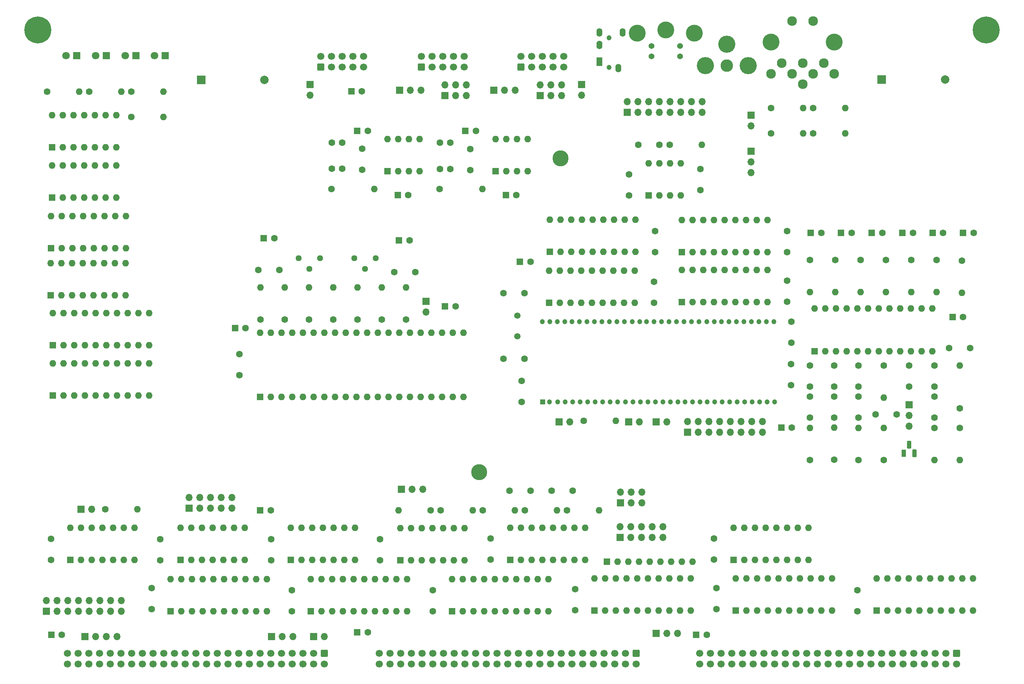
<source format=gbr>
%TF.GenerationSoftware,KiCad,Pcbnew,(6.0.11)*%
%TF.CreationDate,2023-12-22T19:28:31-05:00*%
%TF.ProjectId,input-output.Media,696e7075-742d-46f7-9574-7075742e4d65,rev?*%
%TF.SameCoordinates,Original*%
%TF.FileFunction,Soldermask,Top*%
%TF.FilePolarity,Negative*%
%FSLAX46Y46*%
G04 Gerber Fmt 4.6, Leading zero omitted, Abs format (unit mm)*
G04 Created by KiCad (PCBNEW (6.0.11)) date 2023-12-22 19:28:31*
%MOMM*%
%LPD*%
G01*
G04 APERTURE LIST*
G04 Aperture macros list*
%AMRoundRect*
0 Rectangle with rounded corners*
0 $1 Rounding radius*
0 $2 $3 $4 $5 $6 $7 $8 $9 X,Y pos of 4 corners*
0 Add a 4 corners polygon primitive as box body*
4,1,4,$2,$3,$4,$5,$6,$7,$8,$9,$2,$3,0*
0 Add four circle primitives for the rounded corners*
1,1,$1+$1,$2,$3*
1,1,$1+$1,$4,$5*
1,1,$1+$1,$6,$7*
1,1,$1+$1,$8,$9*
0 Add four rect primitives between the rounded corners*
20,1,$1+$1,$2,$3,$4,$5,0*
20,1,$1+$1,$4,$5,$6,$7,0*
20,1,$1+$1,$6,$7,$8,$9,0*
20,1,$1+$1,$8,$9,$2,$3,0*%
G04 Aperture macros list end*
%ADD10C,6.400000*%
%ADD11RoundRect,0.250000X-0.600000X0.600000X-0.600000X-0.600000X0.600000X-0.600000X0.600000X0.600000X0*%
%ADD12C,1.700000*%
%ADD13R,1.100000X1.800000*%
%ADD14RoundRect,0.275000X-0.275000X-0.625000X0.275000X-0.625000X0.275000X0.625000X-0.275000X0.625000X0*%
%ADD15C,3.800000*%
%ADD16C,1.200000*%
%ADD17O,1.400000X2.000000*%
%ADD18R,1.400000X2.000000*%
%ADD19R,1.600000X1.600000*%
%ADD20C,1.600000*%
%ADD21R,1.700000X1.700000*%
%ADD22O,1.700000X1.700000*%
%ADD23O,1.600000X1.600000*%
%ADD24R,2.000000X2.000000*%
%ADD25C,2.000000*%
%ADD26R,1.800000X1.800000*%
%ADD27C,1.800000*%
%ADD28C,1.371600*%
%ADD29C,4.000500*%
%ADD30C,1.500000*%
%ADD31RoundRect,0.250000X0.600000X-0.600000X0.600000X0.600000X-0.600000X0.600000X-0.600000X-0.600000X0*%
%ADD32R,1.173480X1.173480*%
%ADD33C,1.198880*%
%ADD34C,1.440000*%
%ADD35C,2.300000*%
%ADD36C,4.000000*%
%ADD37C,2.971800*%
%ADD38C,4.064000*%
G04 APERTURE END LIST*
D10*
%TO.C,H2*%
X265000000Y-75000000D03*
%TD*%
%TO.C,H1*%
X40000000Y-75000000D03*
%TD*%
D11*
%TO.C,P2*%
X182000000Y-223000000D03*
D12*
X182000000Y-225540000D03*
X179460000Y-223000000D03*
X179460000Y-225540000D03*
X176920000Y-223000000D03*
X176920000Y-225540000D03*
X174380000Y-223000000D03*
X174380000Y-225540000D03*
X171840000Y-223000000D03*
X171840000Y-225540000D03*
X169300000Y-223000000D03*
X169300000Y-225540000D03*
X166760000Y-223000000D03*
X166760000Y-225540000D03*
X164220000Y-223000000D03*
X164220000Y-225540000D03*
X161680000Y-223000000D03*
X161680000Y-225540000D03*
X159140000Y-223000000D03*
X159140000Y-225540000D03*
X156600000Y-223000000D03*
X156600000Y-225540000D03*
X154060000Y-223000000D03*
X154060000Y-225540000D03*
X151520000Y-223000000D03*
X151520000Y-225540000D03*
X148980000Y-223000000D03*
X148980000Y-225540000D03*
X146440000Y-223000000D03*
X146440000Y-225540000D03*
X143900000Y-223000000D03*
X143900000Y-225540000D03*
X141360000Y-223000000D03*
X141360000Y-225540000D03*
X138820000Y-223000000D03*
X138820000Y-225540000D03*
X136280000Y-223000000D03*
X136280000Y-225540000D03*
X133740000Y-223000000D03*
X133740000Y-225540000D03*
X131200000Y-223000000D03*
X131200000Y-225540000D03*
X128660000Y-223000000D03*
X128660000Y-225540000D03*
X126120000Y-223000000D03*
X126120000Y-225540000D03*
X123580000Y-223000000D03*
X123580000Y-225540000D03*
X121040000Y-223000000D03*
X121040000Y-225540000D03*
%TD*%
D11*
%TO.C,P3*%
X258000000Y-223000000D03*
D12*
X258000000Y-225540000D03*
X255460000Y-223000000D03*
X255460000Y-225540000D03*
X252920000Y-223000000D03*
X252920000Y-225540000D03*
X250380000Y-223000000D03*
X250380000Y-225540000D03*
X247840000Y-223000000D03*
X247840000Y-225540000D03*
X245300000Y-223000000D03*
X245300000Y-225540000D03*
X242760000Y-223000000D03*
X242760000Y-225540000D03*
X240220000Y-223000000D03*
X240220000Y-225540000D03*
X237680000Y-223000000D03*
X237680000Y-225540000D03*
X235140000Y-223000000D03*
X235140000Y-225540000D03*
X232600000Y-223000000D03*
X232600000Y-225540000D03*
X230060000Y-223000000D03*
X230060000Y-225540000D03*
X227520000Y-223000000D03*
X227520000Y-225540000D03*
X224980000Y-223000000D03*
X224980000Y-225540000D03*
X222440000Y-223000000D03*
X222440000Y-225540000D03*
X219900000Y-223000000D03*
X219900000Y-225540000D03*
X217360000Y-223000000D03*
X217360000Y-225540000D03*
X214820000Y-223000000D03*
X214820000Y-225540000D03*
X212280000Y-223000000D03*
X212280000Y-225540000D03*
X209740000Y-223000000D03*
X209740000Y-225540000D03*
X207200000Y-223000000D03*
X207200000Y-225540000D03*
X204660000Y-223000000D03*
X204660000Y-225540000D03*
X202120000Y-223000000D03*
X202120000Y-225540000D03*
X199580000Y-223000000D03*
X199580000Y-225540000D03*
X197040000Y-223000000D03*
X197040000Y-225540000D03*
%TD*%
D11*
%TO.C,P1*%
X108000000Y-223000000D03*
D12*
X108000000Y-225540000D03*
X105460000Y-223000000D03*
X105460000Y-225540000D03*
X102920000Y-223000000D03*
X102920000Y-225540000D03*
X100380000Y-223000000D03*
X100380000Y-225540000D03*
X97840000Y-223000000D03*
X97840000Y-225540000D03*
X95300000Y-223000000D03*
X95300000Y-225540000D03*
X92760000Y-223000000D03*
X92760000Y-225540000D03*
X90220000Y-223000000D03*
X90220000Y-225540000D03*
X87680000Y-223000000D03*
X87680000Y-225540000D03*
X85140000Y-223000000D03*
X85140000Y-225540000D03*
X82600000Y-223000000D03*
X82600000Y-225540000D03*
X80060000Y-223000000D03*
X80060000Y-225540000D03*
X77520000Y-223000000D03*
X77520000Y-225540000D03*
X74980000Y-223000000D03*
X74980000Y-225540000D03*
X72440000Y-223000000D03*
X72440000Y-225540000D03*
X69900000Y-223000000D03*
X69900000Y-225540000D03*
X67360000Y-223000000D03*
X67360000Y-225540000D03*
X64820000Y-223000000D03*
X64820000Y-225540000D03*
X62280000Y-223000000D03*
X62280000Y-225540000D03*
X59740000Y-223000000D03*
X59740000Y-225540000D03*
X57200000Y-223000000D03*
X57200000Y-225540000D03*
X54660000Y-223000000D03*
X54660000Y-225540000D03*
X52120000Y-223000000D03*
X52120000Y-225540000D03*
X49580000Y-223000000D03*
X49580000Y-225540000D03*
X47040000Y-223000000D03*
X47040000Y-225540000D03*
%TD*%
D13*
%TO.C,Q1*%
X245480000Y-175510000D03*
D14*
X246750000Y-173440000D03*
X248020000Y-175510000D03*
%TD*%
D15*
%TO.C,H3*%
X164000000Y-105500000D03*
%TD*%
D16*
%TO.C,J12*%
X175517500Y-76845000D03*
D17*
X178717500Y-75545000D03*
D16*
X175517500Y-83845000D03*
D17*
X173217500Y-78545000D03*
X173217500Y-75545000D03*
X177717500Y-84045000D03*
D18*
X173217500Y-82545000D03*
%TD*%
D19*
%TO.C,C60*%
X252317600Y-123170000D03*
D20*
X254817600Y-123170000D03*
%TD*%
%TO.C,C34*%
X142584700Y-108230000D03*
X142584700Y-103230000D03*
%TD*%
%TO.C,C43*%
X223250000Y-159670000D03*
X223250000Y-154670000D03*
%TD*%
D15*
%TO.C,H4*%
X144750000Y-180000000D03*
%TD*%
D21*
%TO.C,SW1*%
X178125000Y-195475000D03*
D22*
X178125000Y-192935000D03*
X180665000Y-195475000D03*
X180665000Y-192935000D03*
X183205000Y-195475000D03*
X183205000Y-192935000D03*
X185745000Y-195475000D03*
X185745000Y-192935000D03*
X188285000Y-195475000D03*
X188285000Y-192935000D03*
%TD*%
D19*
%TO.C,U17*%
X152125000Y-200800000D03*
D23*
X154665000Y-200800000D03*
X157205000Y-200800000D03*
X159745000Y-200800000D03*
X162285000Y-200800000D03*
X164825000Y-200800000D03*
X167365000Y-200800000D03*
X169905000Y-200800000D03*
X169905000Y-193180000D03*
X167365000Y-193180000D03*
X164825000Y-193180000D03*
X162285000Y-193180000D03*
X159745000Y-193180000D03*
X157205000Y-193180000D03*
X154665000Y-193180000D03*
X152125000Y-193180000D03*
%TD*%
D19*
%TO.C,C59*%
X245135200Y-123170000D03*
D20*
X247635200Y-123170000D03*
%TD*%
D19*
%TO.C,J1*%
X43375000Y-114800000D03*
D23*
X45915000Y-114800000D03*
X48455000Y-114800000D03*
X50995000Y-114800000D03*
X53535000Y-114800000D03*
X56075000Y-114800000D03*
X58615000Y-114800000D03*
X58615000Y-107180000D03*
X56075000Y-107180000D03*
X53535000Y-107180000D03*
X50995000Y-107180000D03*
X48455000Y-107180000D03*
X45915000Y-107180000D03*
X43375000Y-107180000D03*
%TD*%
D21*
%TO.C,JP9*%
X104580000Y-87970000D03*
D22*
X104580000Y-90510000D03*
%TD*%
D20*
%TO.C,C5*%
X180250000Y-109250000D03*
X180250000Y-114250000D03*
%TD*%
D21*
%TO.C,JP4*%
X132100000Y-139425000D03*
D22*
X132100000Y-141965000D03*
%TD*%
D20*
%TO.C,R17*%
X247250000Y-129610000D03*
D23*
X247250000Y-137230000D03*
%TD*%
D21*
%TO.C,JP2*%
X50275000Y-188750000D03*
D22*
X52815000Y-188750000D03*
%TD*%
D20*
%TO.C,R30*%
X109662000Y-112700000D03*
D23*
X119822000Y-112700000D03*
%TD*%
D20*
%TO.C,C85*%
X161900000Y-184400000D03*
X166900000Y-184400000D03*
%TD*%
%TO.C,R16*%
X241250000Y-129610000D03*
D23*
X241250000Y-137230000D03*
%TD*%
D20*
%TO.C,C80*%
X97350000Y-131950000D03*
X92350000Y-131950000D03*
%TD*%
D24*
%TO.C,LS1*%
X78760000Y-86800000D03*
D25*
X93760000Y-86800000D03*
%TD*%
D19*
%TO.C,C61*%
X259567600Y-123170000D03*
D20*
X262067600Y-123170000D03*
%TD*%
%TO.C,R15*%
X235250000Y-129610000D03*
D23*
X235250000Y-137230000D03*
%TD*%
D20*
%TO.C,R22*%
X189940000Y-102250000D03*
D23*
X197560000Y-102250000D03*
%TD*%
D19*
%TO.C,U1*%
X104750000Y-213000000D03*
D23*
X107290000Y-213000000D03*
X109830000Y-213000000D03*
X112370000Y-213000000D03*
X114910000Y-213000000D03*
X117450000Y-213000000D03*
X119990000Y-213000000D03*
X122530000Y-213000000D03*
X125070000Y-213000000D03*
X127610000Y-213000000D03*
X127610000Y-205380000D03*
X125070000Y-205380000D03*
X122530000Y-205380000D03*
X119990000Y-205380000D03*
X117450000Y-205380000D03*
X114910000Y-205380000D03*
X112370000Y-205380000D03*
X109830000Y-205380000D03*
X107290000Y-205380000D03*
X104750000Y-205380000D03*
%TD*%
D21*
%TO.C,JP8*%
X186725000Y-218250000D03*
D22*
X189265000Y-218250000D03*
X191805000Y-218250000D03*
%TD*%
D19*
%TO.C,U4*%
X47675000Y-200800000D03*
D23*
X50215000Y-200800000D03*
X52755000Y-200800000D03*
X55295000Y-200800000D03*
X57835000Y-200800000D03*
X60375000Y-200800000D03*
X62915000Y-200800000D03*
X62915000Y-193180000D03*
X60375000Y-193180000D03*
X57835000Y-193180000D03*
X55295000Y-193180000D03*
X52755000Y-193180000D03*
X50215000Y-193180000D03*
X47675000Y-193180000D03*
%TD*%
D20*
%TO.C,L1*%
X258750000Y-164830000D03*
D23*
X258750000Y-154670000D03*
%TD*%
D21*
%TO.C,P8*%
X75925000Y-188540000D03*
D22*
X75925000Y-186000000D03*
X78465000Y-188540000D03*
X78465000Y-186000000D03*
X81005000Y-188540000D03*
X81005000Y-186000000D03*
X83545000Y-188540000D03*
X83545000Y-186000000D03*
X86085000Y-188540000D03*
X86085000Y-186000000D03*
%TD*%
D21*
%TO.C,J8*%
X148175000Y-89290000D03*
D22*
X150715000Y-89290000D03*
X153255000Y-89290000D03*
%TD*%
D19*
%TO.C,J4*%
X43375000Y-102800000D03*
D23*
X45915000Y-102800000D03*
X48455000Y-102800000D03*
X50995000Y-102800000D03*
X53535000Y-102800000D03*
X56075000Y-102800000D03*
X58615000Y-102800000D03*
X58615000Y-95180000D03*
X56075000Y-95180000D03*
X53535000Y-95180000D03*
X50995000Y-95180000D03*
X48455000Y-95180000D03*
X45915000Y-95180000D03*
X43375000Y-95180000D03*
%TD*%
D20*
%TO.C,R3*%
X213940000Y-99500000D03*
D23*
X221560000Y-99500000D03*
%TD*%
D20*
%TO.C,C66*%
X217750000Y-139500000D03*
X217750000Y-134500000D03*
%TD*%
D19*
%TO.C,U7*%
X192850000Y-139550000D03*
D23*
X195390000Y-139550000D03*
X197930000Y-139550000D03*
X200470000Y-139550000D03*
X203010000Y-139550000D03*
X205550000Y-139550000D03*
X208090000Y-139550000D03*
X210630000Y-139550000D03*
X213170000Y-139550000D03*
X213170000Y-131930000D03*
X210630000Y-131930000D03*
X208090000Y-131930000D03*
X205550000Y-131930000D03*
X203010000Y-131930000D03*
X200470000Y-131930000D03*
X197930000Y-131930000D03*
X195390000Y-131930000D03*
X192850000Y-131930000D03*
%TD*%
D21*
%TO.C,JP6*%
X180225000Y-168000000D03*
D22*
X182765000Y-168000000D03*
%TD*%
D26*
%TO.C,D1*%
X49250000Y-81100000D03*
D27*
X46710000Y-81100000D03*
%TD*%
D20*
%TO.C,R2*%
X213940000Y-93500000D03*
D23*
X221560000Y-93500000D03*
%TD*%
D20*
%TO.C,R5*%
X223250000Y-177060000D03*
D23*
X223250000Y-169440000D03*
%TD*%
D20*
%TO.C,R39*%
X135590000Y-189000000D03*
D23*
X143210000Y-189000000D03*
%TD*%
D21*
%TO.C,P13*%
X178225000Y-187275000D03*
D22*
X178225000Y-184735000D03*
X180765000Y-187275000D03*
X180765000Y-184735000D03*
X183305000Y-187275000D03*
X183305000Y-184735000D03*
%TD*%
D19*
%TO.C,U5*%
X224275000Y-151270000D03*
D23*
X226815000Y-151270000D03*
X229355000Y-151270000D03*
X231895000Y-151270000D03*
X234435000Y-151270000D03*
X236975000Y-151270000D03*
X239515000Y-151270000D03*
X242055000Y-151270000D03*
X244595000Y-151270000D03*
X247135000Y-151270000D03*
X249675000Y-151270000D03*
X252215000Y-151270000D03*
X252215000Y-141110000D03*
X249675000Y-141110000D03*
X247135000Y-141110000D03*
X244595000Y-141110000D03*
X242055000Y-141110000D03*
X239515000Y-141110000D03*
X236975000Y-141110000D03*
X234435000Y-141110000D03*
X231895000Y-141110000D03*
X229355000Y-141110000D03*
X226815000Y-141110000D03*
X224275000Y-141110000D03*
%TD*%
D20*
%TO.C,R24*%
X55990000Y-188750000D03*
D23*
X63610000Y-188750000D03*
%TD*%
D28*
%TO.C,J14*%
X185600000Y-78750000D03*
X192400000Y-78750000D03*
X185600000Y-81250000D03*
X192400000Y-81250000D03*
D29*
X195750000Y-75750000D03*
X182250000Y-75750000D03*
X189000000Y-74950000D03*
%TD*%
D20*
%TO.C,R38*%
X110100000Y-143700000D03*
D23*
X110100000Y-136080000D03*
%TD*%
D20*
%TO.C,R41*%
X145590000Y-189000000D03*
D23*
X153210000Y-189000000D03*
%TD*%
D20*
%TO.C,C79*%
X95400000Y-195900000D03*
X95400000Y-200900000D03*
%TD*%
D19*
%TO.C,C57*%
X230612900Y-123170000D03*
D20*
X233112900Y-123170000D03*
%TD*%
%TO.C,C15*%
X67000000Y-207500000D03*
X67000000Y-212500000D03*
%TD*%
D19*
%TO.C,U20*%
X92725000Y-162075000D03*
D23*
X95265000Y-162075000D03*
X97805000Y-162075000D03*
X100345000Y-162075000D03*
X102885000Y-162075000D03*
X105425000Y-162075000D03*
X107965000Y-162075000D03*
X110505000Y-162075000D03*
X113045000Y-162075000D03*
X115585000Y-162075000D03*
X118125000Y-162075000D03*
X120665000Y-162075000D03*
X123205000Y-162075000D03*
X125745000Y-162075000D03*
X128285000Y-162075000D03*
X130825000Y-162075000D03*
X133365000Y-162075000D03*
X135905000Y-162075000D03*
X138445000Y-162075000D03*
X140985000Y-162075000D03*
X140985000Y-146835000D03*
X138445000Y-146835000D03*
X135905000Y-146835000D03*
X133365000Y-146835000D03*
X130825000Y-146835000D03*
X128285000Y-146835000D03*
X125745000Y-146835000D03*
X123205000Y-146835000D03*
X120665000Y-146835000D03*
X118125000Y-146835000D03*
X115585000Y-146835000D03*
X113045000Y-146835000D03*
X110505000Y-146835000D03*
X107965000Y-146835000D03*
X105425000Y-146835000D03*
X102885000Y-146835000D03*
X100345000Y-146835000D03*
X97805000Y-146835000D03*
X95265000Y-146835000D03*
X92725000Y-146835000D03*
%TD*%
D20*
%TO.C,C2*%
X147400000Y-195700000D03*
X147400000Y-200700000D03*
%TD*%
%TO.C,C12*%
X69065000Y-195900000D03*
X69065000Y-200900000D03*
%TD*%
D19*
%TO.C,U11*%
X161470000Y-127600000D03*
D23*
X164010000Y-127600000D03*
X166550000Y-127600000D03*
X169090000Y-127600000D03*
X171630000Y-127600000D03*
X174170000Y-127600000D03*
X176710000Y-127600000D03*
X179250000Y-127600000D03*
X181790000Y-127600000D03*
X181790000Y-119980000D03*
X179250000Y-119980000D03*
X176710000Y-119980000D03*
X174170000Y-119980000D03*
X171630000Y-119980000D03*
X169090000Y-119980000D03*
X166550000Y-119980000D03*
X164010000Y-119980000D03*
X161470000Y-119980000D03*
%TD*%
D20*
%TO.C,R40*%
X165590000Y-189000000D03*
D23*
X173210000Y-189000000D03*
%TD*%
D20*
%TO.C,C49*%
X238750000Y-166250000D03*
X243750000Y-166250000D03*
%TD*%
%TO.C,C51*%
X252750000Y-154670000D03*
X252750000Y-159670000D03*
%TD*%
D19*
%TO.C,C21*%
X216400000Y-169400000D03*
D20*
X218900000Y-169400000D03*
%TD*%
D30*
%TO.C,X1*%
X153750000Y-147700000D03*
X153750000Y-142820000D03*
%TD*%
D20*
%TO.C,C19*%
X87794900Y-151900000D03*
X87794900Y-156900000D03*
%TD*%
D19*
%TO.C,U10*%
X192850000Y-127750000D03*
D23*
X195390000Y-127750000D03*
X197930000Y-127750000D03*
X200470000Y-127750000D03*
X203010000Y-127750000D03*
X205550000Y-127750000D03*
X208090000Y-127750000D03*
X210630000Y-127750000D03*
X213170000Y-127750000D03*
X213170000Y-120130000D03*
X210630000Y-120130000D03*
X208090000Y-120130000D03*
X205550000Y-120130000D03*
X203010000Y-120130000D03*
X200470000Y-120130000D03*
X197930000Y-120130000D03*
X195390000Y-120130000D03*
X192850000Y-120130000D03*
%TD*%
D19*
%TO.C,U8*%
X161310000Y-139770000D03*
D23*
X163850000Y-139770000D03*
X166390000Y-139770000D03*
X168930000Y-139770000D03*
X171470000Y-139770000D03*
X174010000Y-139770000D03*
X176550000Y-139770000D03*
X179090000Y-139770000D03*
X181630000Y-139770000D03*
X181630000Y-132150000D03*
X179090000Y-132150000D03*
X176550000Y-132150000D03*
X174010000Y-132150000D03*
X171470000Y-132150000D03*
X168930000Y-132150000D03*
X166390000Y-132150000D03*
X163850000Y-132150000D03*
X161310000Y-132150000D03*
%TD*%
D19*
%TO.C,C56*%
X223385200Y-123170000D03*
D20*
X225885200Y-123170000D03*
%TD*%
%TO.C,C53*%
X155500000Y-137500000D03*
X150500000Y-137500000D03*
%TD*%
D19*
%TO.C,C36*%
X141424500Y-98980000D03*
D20*
X143924500Y-98980000D03*
%TD*%
D21*
%TO.C,P4*%
X51200000Y-219000000D03*
D22*
X53740000Y-219000000D03*
X56280000Y-219000000D03*
X58820000Y-219000000D03*
%TD*%
D20*
%TO.C,R19*%
X259250000Y-129750000D03*
D23*
X259250000Y-137370000D03*
%TD*%
D20*
%TO.C,R6*%
X62190000Y-89620000D03*
D23*
X69810000Y-89620000D03*
%TD*%
D20*
%TO.C,C6*%
X167500000Y-207750000D03*
X167500000Y-212750000D03*
%TD*%
D19*
%TO.C,U14*%
X205575000Y-212800000D03*
D23*
X208115000Y-212800000D03*
X210655000Y-212800000D03*
X213195000Y-212800000D03*
X215735000Y-212800000D03*
X218275000Y-212800000D03*
X220815000Y-212800000D03*
X223355000Y-212800000D03*
X225895000Y-212800000D03*
X228435000Y-212800000D03*
X228435000Y-205180000D03*
X225895000Y-205180000D03*
X223355000Y-205180000D03*
X220815000Y-205180000D03*
X218275000Y-205180000D03*
X215735000Y-205180000D03*
X213195000Y-205180000D03*
X210655000Y-205180000D03*
X208115000Y-205180000D03*
X205575000Y-205180000D03*
%TD*%
D20*
%TO.C,R7*%
X252750000Y-169440000D03*
D23*
X252750000Y-177060000D03*
%TD*%
D20*
%TO.C,C9*%
X200400000Y-195700000D03*
X200400000Y-200700000D03*
%TD*%
%TO.C,R25*%
X62190000Y-95600000D03*
D23*
X69810000Y-95600000D03*
%TD*%
D20*
%TO.C,R12*%
X169500000Y-167750000D03*
D23*
X177120000Y-167750000D03*
%TD*%
D19*
%TO.C,C83*%
X125689800Y-124950000D03*
D20*
X128189800Y-124950000D03*
%TD*%
D19*
%TO.C,J6*%
X43575000Y-149800000D03*
D23*
X46115000Y-149800000D03*
X48655000Y-149800000D03*
X51195000Y-149800000D03*
X53735000Y-149800000D03*
X56275000Y-149800000D03*
X58815000Y-149800000D03*
X61355000Y-149800000D03*
X63895000Y-149800000D03*
X66435000Y-149800000D03*
X66435000Y-142180000D03*
X63895000Y-142180000D03*
X61355000Y-142180000D03*
X58815000Y-142180000D03*
X56275000Y-142180000D03*
X53735000Y-142180000D03*
X51195000Y-142180000D03*
X48655000Y-142180000D03*
X46115000Y-142180000D03*
X43575000Y-142180000D03*
%TD*%
D19*
%TO.C,RN1*%
X175025000Y-201200000D03*
D23*
X177565000Y-201200000D03*
X180105000Y-201200000D03*
X182645000Y-201200000D03*
X185185000Y-201200000D03*
X187725000Y-201200000D03*
X190265000Y-201200000D03*
X192805000Y-201200000D03*
X195345000Y-201200000D03*
%TD*%
D21*
%TO.C,P6*%
X194125000Y-170525000D03*
D22*
X194125000Y-167985000D03*
X196665000Y-170525000D03*
X196665000Y-167985000D03*
X199205000Y-170525000D03*
X199205000Y-167985000D03*
X201745000Y-170525000D03*
X201745000Y-167985000D03*
X204285000Y-170525000D03*
X204285000Y-167985000D03*
X206825000Y-170525000D03*
X206825000Y-167985000D03*
X209365000Y-170525000D03*
X209365000Y-167985000D03*
X211905000Y-170525000D03*
X211905000Y-167985000D03*
%TD*%
D31*
%TO.C,P11*%
X154670000Y-83742500D03*
D12*
X154670000Y-81202500D03*
X157210000Y-83742500D03*
X157210000Y-81202500D03*
X159750000Y-83742500D03*
X159750000Y-81202500D03*
X162290000Y-83742500D03*
X162290000Y-81202500D03*
X164830000Y-83742500D03*
X164830000Y-81202500D03*
%TD*%
D21*
%TO.C,JP5*%
X105475000Y-219000000D03*
D22*
X108015000Y-219000000D03*
%TD*%
D19*
%TO.C,U15*%
X71500000Y-213000000D03*
D23*
X74040000Y-213000000D03*
X76580000Y-213000000D03*
X79120000Y-213000000D03*
X81660000Y-213000000D03*
X84200000Y-213000000D03*
X86740000Y-213000000D03*
X89280000Y-213000000D03*
X91820000Y-213000000D03*
X94360000Y-213000000D03*
X94360000Y-205380000D03*
X91820000Y-205380000D03*
X89280000Y-205380000D03*
X86740000Y-205380000D03*
X84200000Y-205380000D03*
X81660000Y-205380000D03*
X79120000Y-205380000D03*
X76580000Y-205380000D03*
X74040000Y-205380000D03*
X71500000Y-205380000D03*
%TD*%
D20*
%TO.C,C14*%
X121200000Y-195900000D03*
X121200000Y-200900000D03*
%TD*%
D19*
%TO.C,J2*%
X43000000Y-138000000D03*
D23*
X45540000Y-138000000D03*
X48080000Y-138000000D03*
X50620000Y-138000000D03*
X53160000Y-138000000D03*
X55700000Y-138000000D03*
X58240000Y-138000000D03*
X60780000Y-138000000D03*
X60780000Y-130380000D03*
X58240000Y-130380000D03*
X55700000Y-130380000D03*
X53160000Y-130380000D03*
X50620000Y-130380000D03*
X48080000Y-130380000D03*
X45540000Y-130380000D03*
X43000000Y-130380000D03*
%TD*%
D19*
%TO.C,C26*%
X196200000Y-218600000D03*
D20*
X198700000Y-218600000D03*
%TD*%
D21*
%TO.C,P5*%
X179875000Y-94525000D03*
D22*
X179875000Y-91985000D03*
X182415000Y-94525000D03*
X182415000Y-91985000D03*
X184955000Y-94525000D03*
X184955000Y-91985000D03*
X187495000Y-94525000D03*
X187495000Y-91985000D03*
X190035000Y-94525000D03*
X190035000Y-91985000D03*
X192575000Y-94525000D03*
X192575000Y-91985000D03*
X195115000Y-94525000D03*
X195115000Y-91985000D03*
X197655000Y-94525000D03*
X197655000Y-91985000D03*
%TD*%
D20*
%TO.C,C32*%
X109742000Y-101700000D03*
X112242000Y-101700000D03*
%TD*%
D21*
%TO.C,J11*%
X159175000Y-90565000D03*
D22*
X159175000Y-88025000D03*
X161715000Y-90565000D03*
X161715000Y-88025000D03*
X164255000Y-90565000D03*
X164255000Y-88025000D03*
%TD*%
D20*
%TO.C,C7*%
X218750000Y-154300000D03*
X218750000Y-159300000D03*
%TD*%
%TO.C,C40*%
X135374700Y-107965000D03*
X137874700Y-107965000D03*
%TD*%
D19*
%TO.C,J3*%
X43575000Y-161800000D03*
D23*
X46115000Y-161800000D03*
X48655000Y-161800000D03*
X51195000Y-161800000D03*
X53735000Y-161800000D03*
X56275000Y-161800000D03*
X58815000Y-161800000D03*
X61355000Y-161800000D03*
X63895000Y-161800000D03*
X66435000Y-161800000D03*
X66435000Y-154180000D03*
X63895000Y-154180000D03*
X61355000Y-154180000D03*
X58815000Y-154180000D03*
X56275000Y-154180000D03*
X53735000Y-154180000D03*
X51195000Y-154180000D03*
X48655000Y-154180000D03*
X46115000Y-154180000D03*
X43575000Y-154180000D03*
%TD*%
D20*
%TO.C,R20*%
X223940000Y-93500000D03*
D23*
X231560000Y-93500000D03*
%TD*%
D19*
%TO.C,U2*%
X122942000Y-108500000D03*
D23*
X125482000Y-108500000D03*
X128022000Y-108500000D03*
X130562000Y-108500000D03*
X130562000Y-100880000D03*
X128022000Y-100880000D03*
X125482000Y-100880000D03*
X122942000Y-100880000D03*
%TD*%
D20*
%TO.C,R11*%
X240750000Y-154690000D03*
D23*
X240750000Y-162310000D03*
%TD*%
D20*
%TO.C,C31*%
X135374700Y-101715000D03*
X137874700Y-101715000D03*
%TD*%
D21*
%TO.C,K1*%
X126225000Y-184000000D03*
D22*
X128765000Y-184000000D03*
X131305000Y-184000000D03*
%TD*%
D20*
%TO.C,C33*%
X116992000Y-108200000D03*
X116992000Y-103200000D03*
%TD*%
%TO.C,C84*%
X151900000Y-184400000D03*
X156900000Y-184400000D03*
%TD*%
D19*
%TO.C,C22*%
X92769300Y-189000000D03*
D20*
X95269300Y-189000000D03*
%TD*%
D26*
%TO.C,D2*%
X63250000Y-81100000D03*
D27*
X60710000Y-81100000D03*
%TD*%
D20*
%TO.C,C41*%
X223250000Y-162000000D03*
X223250000Y-167000000D03*
%TD*%
D19*
%TO.C,U3*%
X148574700Y-108515000D03*
D23*
X151114700Y-108515000D03*
X153654700Y-108515000D03*
X156194700Y-108515000D03*
X156194700Y-100895000D03*
X153654700Y-100895000D03*
X151114700Y-100895000D03*
X148574700Y-100895000D03*
%TD*%
D20*
%TO.C,R37*%
X135294700Y-112730000D03*
D23*
X145454700Y-112730000D03*
%TD*%
D19*
%TO.C,C82*%
X93599800Y-124450000D03*
D20*
X96099800Y-124450000D03*
%TD*%
D19*
%TO.C,C35*%
X115786900Y-98950000D03*
D20*
X118286900Y-98950000D03*
%TD*%
%TO.C,C81*%
X129600000Y-132450000D03*
X124600000Y-132450000D03*
%TD*%
%TO.C,C38*%
X109742000Y-107950000D03*
X112242000Y-107950000D03*
%TD*%
%TO.C,R18*%
X253250000Y-129610000D03*
D23*
X253250000Y-137230000D03*
%TD*%
D20*
%TO.C,R27*%
X234750000Y-177060000D03*
D23*
X234750000Y-169440000D03*
%TD*%
D20*
%TO.C,C52*%
X155500000Y-153000000D03*
X150500000Y-153000000D03*
%TD*%
%TO.C,R10*%
X52190000Y-89620000D03*
D23*
X59810000Y-89620000D03*
%TD*%
D20*
%TO.C,R42*%
X155590000Y-189000000D03*
D23*
X163210000Y-189000000D03*
%TD*%
D26*
%TO.C,D4*%
X56250000Y-81100000D03*
D27*
X53710000Y-81100000D03*
%TD*%
D32*
%TO.C,U6*%
X159753060Y-163267400D03*
D33*
X161432000Y-163267400D03*
X163311600Y-163267400D03*
X165092140Y-163267400D03*
X166872680Y-163267400D03*
X168653220Y-163267400D03*
X170431220Y-163267400D03*
X172211760Y-163267400D03*
X173992300Y-163267400D03*
X175772840Y-163267400D03*
X177550840Y-163267400D03*
X179432980Y-163267400D03*
X181210980Y-163267400D03*
X182991520Y-163267400D03*
X184769520Y-163267400D03*
X186550060Y-163267400D03*
X188330600Y-163267400D03*
X190108600Y-163267400D03*
X191889140Y-163267400D03*
X193570620Y-163267400D03*
X195348620Y-163267400D03*
X197129160Y-163287720D03*
X198810640Y-163287720D03*
X200588640Y-163287720D03*
X202379340Y-163287720D03*
X204159880Y-163287720D03*
X205940420Y-163287720D03*
X207718420Y-163287720D03*
X209498960Y-163287720D03*
X211279500Y-163287720D03*
X213060040Y-163287720D03*
X214840580Y-163287720D03*
X214670400Y-144209780D03*
X212889860Y-144209780D03*
X211109320Y-144209780D03*
X209328780Y-144209780D03*
X207548240Y-144209780D03*
X205770240Y-144209780D03*
X203989700Y-144209780D03*
X202209160Y-144209780D03*
X200530220Y-144209780D03*
X198749680Y-144209780D03*
X196918340Y-144209780D03*
X195140340Y-144209780D03*
X193359800Y-144209780D03*
X191579260Y-144209780D03*
X189798720Y-144209780D03*
X188018180Y-144209780D03*
X186240180Y-144209780D03*
X184459640Y-144209780D03*
X182780700Y-144209780D03*
X181002700Y-144209780D03*
X179222160Y-144199620D03*
X177441620Y-144199620D03*
X175661080Y-144199620D03*
X173883080Y-144199620D03*
X172102540Y-144199620D03*
X170322000Y-144199620D03*
X168541460Y-144199620D03*
X166760920Y-144199620D03*
X165081980Y-144199620D03*
X163301440Y-144199620D03*
X161520900Y-144199620D03*
X159742900Y-144199620D03*
%TD*%
D21*
%TO.C,J10*%
X125830000Y-89295000D03*
D22*
X128370000Y-89295000D03*
X130910000Y-89295000D03*
%TD*%
D20*
%TO.C,C44*%
X229000000Y-159670000D03*
X229000000Y-154670000D03*
%TD*%
D21*
%TO.C,J7*%
X42000000Y-213000000D03*
D22*
X42000000Y-210460000D03*
X44540000Y-213000000D03*
X44540000Y-210460000D03*
X47080000Y-213000000D03*
X47080000Y-210460000D03*
X49620000Y-213000000D03*
X49620000Y-210460000D03*
X52160000Y-213000000D03*
X52160000Y-210460000D03*
X54700000Y-213000000D03*
X54700000Y-210460000D03*
X57240000Y-213000000D03*
X57240000Y-210460000D03*
X59780000Y-213000000D03*
X59780000Y-210460000D03*
%TD*%
D20*
%TO.C,R14*%
X229250000Y-129610000D03*
D23*
X229250000Y-137230000D03*
%TD*%
D20*
%TO.C,C18*%
X100250000Y-208000000D03*
X100250000Y-213000000D03*
%TD*%
D19*
%TO.C,C20*%
X136594900Y-140600000D03*
D20*
X139094900Y-140600000D03*
%TD*%
D19*
%TO.C,J5*%
X43125000Y-126800000D03*
D23*
X45665000Y-126800000D03*
X48205000Y-126800000D03*
X50745000Y-126800000D03*
X53285000Y-126800000D03*
X55825000Y-126800000D03*
X58365000Y-126800000D03*
X60905000Y-126800000D03*
X60905000Y-119180000D03*
X58365000Y-119180000D03*
X55825000Y-119180000D03*
X53285000Y-119180000D03*
X50745000Y-119180000D03*
X48205000Y-119180000D03*
X45665000Y-119180000D03*
X43125000Y-119180000D03*
%TD*%
D19*
%TO.C,C25*%
X115800000Y-218000000D03*
D20*
X118300000Y-218000000D03*
%TD*%
D21*
%TO.C,JP3*%
X186725000Y-168000000D03*
D22*
X189265000Y-168000000D03*
%TD*%
D24*
%TO.C,LS2*%
X240260000Y-86750000D03*
D25*
X255260000Y-86750000D03*
%TD*%
D19*
%TO.C,U22*%
X73840000Y-200800000D03*
D23*
X76380000Y-200800000D03*
X78920000Y-200800000D03*
X81460000Y-200800000D03*
X84000000Y-200800000D03*
X86540000Y-200800000D03*
X89080000Y-200800000D03*
X89080000Y-193180000D03*
X86540000Y-193180000D03*
X84000000Y-193180000D03*
X81460000Y-193180000D03*
X78920000Y-193180000D03*
X76380000Y-193180000D03*
X73840000Y-193180000D03*
%TD*%
D19*
%TO.C,C54*%
X257044900Y-143170000D03*
D20*
X259544900Y-143170000D03*
%TD*%
%TO.C,C65*%
X186500000Y-127750000D03*
X186500000Y-122750000D03*
%TD*%
D34*
%TO.C,RV1*%
X101850000Y-129200000D03*
X104390000Y-131740000D03*
X106930000Y-129200000D03*
%TD*%
D26*
%TO.C,D3*%
X70250000Y-81100000D03*
D27*
X67710000Y-81100000D03*
%TD*%
D21*
%TO.C,K2*%
X209250000Y-103725000D03*
D22*
X209250000Y-106265000D03*
X209250000Y-108805000D03*
%TD*%
D20*
%TO.C,C10*%
X201000000Y-207500000D03*
X201000000Y-212500000D03*
%TD*%
D19*
%TO.C,C42*%
X151047300Y-114200000D03*
D20*
X153547300Y-114200000D03*
%TD*%
D35*
%TO.C,J13*%
X216500000Y-82861500D03*
X221500000Y-82861500D03*
X226500000Y-82861500D03*
X219000000Y-85361500D03*
X224000000Y-85361500D03*
X214000000Y-85361500D03*
X229000000Y-85361500D03*
X221500000Y-87861500D03*
X219000000Y-72861500D03*
D36*
X214000000Y-77861500D03*
D35*
X224000000Y-72861500D03*
D36*
X229000000Y-77861500D03*
%TD*%
D19*
%TO.C,U16*%
X184950000Y-114300000D03*
D23*
X187490000Y-114300000D03*
X190030000Y-114300000D03*
X192570000Y-114300000D03*
X192570000Y-106680000D03*
X190030000Y-106680000D03*
X187490000Y-106680000D03*
X184950000Y-106680000D03*
%TD*%
D20*
%TO.C,C45*%
X234750000Y-159670000D03*
X234750000Y-154670000D03*
%TD*%
%TO.C,C1*%
X197250000Y-108000000D03*
X197250000Y-113000000D03*
%TD*%
%TO.C,R32*%
X98600000Y-143700000D03*
D23*
X98600000Y-136080000D03*
%TD*%
D19*
%TO.C,U12*%
X239000000Y-212800000D03*
D23*
X241540000Y-212800000D03*
X244080000Y-212800000D03*
X246620000Y-212800000D03*
X249160000Y-212800000D03*
X251700000Y-212800000D03*
X254240000Y-212800000D03*
X256780000Y-212800000D03*
X259320000Y-212800000D03*
X261860000Y-212800000D03*
X261860000Y-205180000D03*
X259320000Y-205180000D03*
X256780000Y-205180000D03*
X254240000Y-205180000D03*
X251700000Y-205180000D03*
X249160000Y-205180000D03*
X246620000Y-205180000D03*
X244080000Y-205180000D03*
X241540000Y-205180000D03*
X239000000Y-205180000D03*
%TD*%
D20*
%TO.C,R26*%
X229000000Y-177000000D03*
D23*
X229000000Y-169380000D03*
%TD*%
D20*
%TO.C,R21*%
X223940000Y-99500000D03*
D23*
X231560000Y-99500000D03*
%TD*%
D19*
%TO.C,P7*%
X100000000Y-200800000D03*
D23*
X102540000Y-200800000D03*
X105080000Y-200800000D03*
X107620000Y-200800000D03*
X110160000Y-200800000D03*
X112700000Y-200800000D03*
X115240000Y-200800000D03*
X115240000Y-193180000D03*
X112700000Y-193180000D03*
X110160000Y-193180000D03*
X107620000Y-193180000D03*
X105080000Y-193180000D03*
X102540000Y-193180000D03*
X100000000Y-193180000D03*
%TD*%
D34*
%TO.C,RV2*%
X115060000Y-129200000D03*
X117600000Y-131740000D03*
X120140000Y-129200000D03*
%TD*%
D19*
%TO.C,C46*%
X125394700Y-114200000D03*
D20*
X127894700Y-114200000D03*
%TD*%
%TO.C,C63*%
X186250000Y-139750000D03*
X186250000Y-134750000D03*
%TD*%
D21*
%TO.C,JP11*%
X209250000Y-95225000D03*
D22*
X209250000Y-97765000D03*
%TD*%
D20*
%TO.C,C4*%
X187500000Y-102250000D03*
X182500000Y-102250000D03*
%TD*%
D21*
%TO.C,JP1*%
X246750000Y-163975000D03*
D22*
X246750000Y-166515000D03*
X246750000Y-169055000D03*
%TD*%
D20*
%TO.C,C50*%
X246750000Y-154670000D03*
X246750000Y-159670000D03*
%TD*%
D19*
%TO.C,C24*%
X86789800Y-145800000D03*
D20*
X89289800Y-145800000D03*
%TD*%
D21*
%TO.C,P10*%
X136555000Y-90570000D03*
D22*
X136555000Y-88030000D03*
X139095000Y-90570000D03*
X139095000Y-88030000D03*
X141635000Y-90570000D03*
X141635000Y-88030000D03*
%TD*%
D19*
%TO.C,C23*%
X154394900Y-130000000D03*
D20*
X156894900Y-130000000D03*
%TD*%
%TO.C,C16*%
X43110000Y-195800000D03*
X43110000Y-200800000D03*
%TD*%
%TO.C,R33*%
X121600000Y-143700000D03*
D23*
X121600000Y-136080000D03*
%TD*%
D21*
%TO.C,JP7*%
X163725000Y-168000000D03*
D22*
X166265000Y-168000000D03*
%TD*%
D37*
%TO.C,J15*%
X203500000Y-83469000D03*
D38*
X208580000Y-83469000D03*
X198420000Y-83469000D03*
X203500000Y-78389000D03*
%TD*%
D31*
%TO.C,P9*%
X107170000Y-83742500D03*
D12*
X107170000Y-81202500D03*
X109710000Y-83742500D03*
X109710000Y-81202500D03*
X112250000Y-83742500D03*
X112250000Y-81202500D03*
X114790000Y-83742500D03*
X114790000Y-81202500D03*
X117330000Y-83742500D03*
X117330000Y-81202500D03*
%TD*%
D19*
%TO.C,U24*%
X125975000Y-200900000D03*
D23*
X128515000Y-200900000D03*
X131055000Y-200900000D03*
X133595000Y-200900000D03*
X136135000Y-200900000D03*
X138675000Y-200900000D03*
X141215000Y-200900000D03*
X141215000Y-193280000D03*
X138675000Y-193280000D03*
X136135000Y-193280000D03*
X133595000Y-193280000D03*
X131055000Y-193280000D03*
X128515000Y-193280000D03*
X125975000Y-193280000D03*
%TD*%
D20*
%TO.C,R36*%
X115850000Y-143700000D03*
D23*
X115850000Y-136080000D03*
%TD*%
D19*
%TO.C,C28*%
X114372000Y-89545000D03*
D20*
X116872000Y-89545000D03*
%TD*%
D19*
%TO.C,U9*%
X205125000Y-200800000D03*
D23*
X207665000Y-200800000D03*
X210205000Y-200800000D03*
X212745000Y-200800000D03*
X215285000Y-200800000D03*
X217825000Y-200800000D03*
X220365000Y-200800000D03*
X222905000Y-200800000D03*
X222905000Y-193180000D03*
X220365000Y-193180000D03*
X217825000Y-193180000D03*
X215285000Y-193180000D03*
X212745000Y-193180000D03*
X210205000Y-193180000D03*
X207665000Y-193180000D03*
X205125000Y-193180000D03*
%TD*%
D19*
%TO.C,C27*%
X43200000Y-218600000D03*
D20*
X45700000Y-218600000D03*
%TD*%
D19*
%TO.C,C58*%
X237885200Y-123170000D03*
D20*
X240385200Y-123170000D03*
%TD*%
%TO.C,R1*%
X42190000Y-89620000D03*
D23*
X49810000Y-89620000D03*
%TD*%
D20*
%TO.C,C39*%
X229000000Y-162000000D03*
X229000000Y-167000000D03*
%TD*%
D19*
%TO.C,U21*%
X172075000Y-212800000D03*
D23*
X174615000Y-212800000D03*
X177155000Y-212800000D03*
X179695000Y-212800000D03*
X182235000Y-212800000D03*
X184775000Y-212800000D03*
X187315000Y-212800000D03*
X189855000Y-212800000D03*
X192395000Y-212800000D03*
X194935000Y-212800000D03*
X194935000Y-205180000D03*
X192395000Y-205180000D03*
X189855000Y-205180000D03*
X187315000Y-205180000D03*
X184775000Y-205180000D03*
X182235000Y-205180000D03*
X179695000Y-205180000D03*
X177155000Y-205180000D03*
X174615000Y-205180000D03*
X172075000Y-205180000D03*
%TD*%
D20*
%TO.C,C64*%
X217750000Y-127750000D03*
X217750000Y-122750000D03*
%TD*%
D31*
%TO.C,P12*%
X131000000Y-83742500D03*
D12*
X131000000Y-81202500D03*
X133540000Y-83742500D03*
X133540000Y-81202500D03*
X136080000Y-83742500D03*
X136080000Y-81202500D03*
X138620000Y-83742500D03*
X138620000Y-81202500D03*
X141160000Y-83742500D03*
X141160000Y-81202500D03*
%TD*%
D20*
%TO.C,R13*%
X223250000Y-129610000D03*
D23*
X223250000Y-137230000D03*
%TD*%
D20*
%TO.C,C62*%
X218800000Y-144250000D03*
X218800000Y-149250000D03*
%TD*%
%TO.C,C3*%
X133750000Y-208000000D03*
X133750000Y-213000000D03*
%TD*%
%TO.C,R9*%
X258750000Y-169440000D03*
D23*
X258750000Y-177060000D03*
%TD*%
D20*
%TO.C,C55*%
X256250000Y-150500000D03*
X261250000Y-150500000D03*
%TD*%
%TO.C,R35*%
X92850000Y-143700000D03*
D23*
X92850000Y-136080000D03*
%TD*%
D20*
%TO.C,R34*%
X127350000Y-143700000D03*
D23*
X127350000Y-136080000D03*
%TD*%
D21*
%TO.C,JP10*%
X169000000Y-87965000D03*
D22*
X169000000Y-90505000D03*
%TD*%
D20*
%TO.C,R4*%
X240750000Y-177060000D03*
D23*
X240750000Y-169440000D03*
%TD*%
D20*
%TO.C,R8*%
X133200000Y-189000000D03*
D23*
X125580000Y-189000000D03*
%TD*%
D20*
%TO.C,R31*%
X104350000Y-143700000D03*
D23*
X104350000Y-136080000D03*
%TD*%
D20*
%TO.C,C11*%
X154800000Y-158300000D03*
X154800000Y-163300000D03*
%TD*%
D19*
%TO.C,U13*%
X138250000Y-213000000D03*
D23*
X140790000Y-213000000D03*
X143330000Y-213000000D03*
X145870000Y-213000000D03*
X148410000Y-213000000D03*
X150950000Y-213000000D03*
X153490000Y-213000000D03*
X156030000Y-213000000D03*
X158570000Y-213000000D03*
X161110000Y-213000000D03*
X161110000Y-205380000D03*
X158570000Y-205380000D03*
X156030000Y-205380000D03*
X153490000Y-205380000D03*
X150950000Y-205380000D03*
X148410000Y-205380000D03*
X145870000Y-205380000D03*
X143330000Y-205380000D03*
X140790000Y-205380000D03*
X138250000Y-205380000D03*
%TD*%
D20*
%TO.C,C37*%
X234750000Y-162000000D03*
X234750000Y-167000000D03*
%TD*%
%TO.C,C47*%
X252750000Y-162000000D03*
X252750000Y-167000000D03*
%TD*%
D21*
%TO.C,J9*%
X95475000Y-219000000D03*
D22*
X98015000Y-219000000D03*
X100555000Y-219000000D03*
%TD*%
D20*
%TO.C,C17*%
X234500000Y-208000000D03*
X234500000Y-213000000D03*
%TD*%
M02*

</source>
